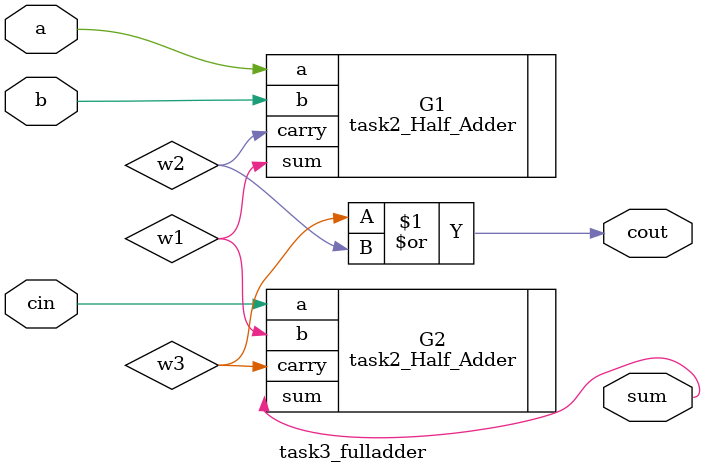
<source format=sv>
`timescale 1ns / 1ps



module task3_fulladder(

input logic a,
input logic b,
input logic cin,
output logic sum,
output logic cout

    );

logic w1, w2, w3;

task2_Half_Adder G1(.sum(w1), .carry(w2), .a(a), .b(b));
task2_Half_Adder G2(.sum(sum), .carry(w3), .a(cin), .b(w1));
or orgate (cout, w3, w2);

endmodule
</source>
